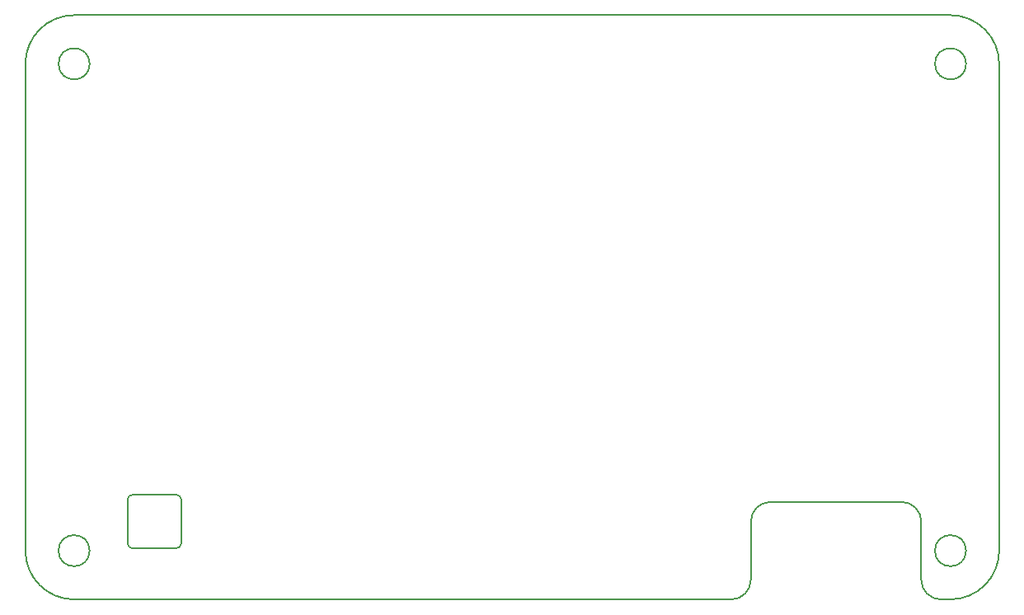
<source format=gbr>
%TF.GenerationSoftware,KiCad,Pcbnew,(6.0.11)*%
%TF.CreationDate,2024-02-29T08:25:03+09:00*%
%TF.ProjectId,Mother_UI,4d6f7468-6572-45f5-9549-2e6b69636164,rev?*%
%TF.SameCoordinates,Original*%
%TF.FileFunction,Profile,NP*%
%FSLAX46Y46*%
G04 Gerber Fmt 4.6, Leading zero omitted, Abs format (unit mm)*
G04 Created by KiCad (PCBNEW (6.0.11)) date 2024-02-29 08:25:03*
%MOMM*%
%LPD*%
G01*
G04 APERTURE LIST*
%TA.AperFunction,Profile*%
%ADD10C,0.200000*%
%TD*%
G04 APERTURE END LIST*
D10*
X181350000Y-124950000D02*
X181350000Y-74950000D01*
X181350000Y-74950000D02*
G75*
G03*
X176350000Y-69950000I-5000000J0D01*
G01*
X86350000Y-129950000D02*
X153849999Y-129949999D01*
X176350000Y-129950000D02*
G75*
G03*
X181350000Y-124950000I0J5000000D01*
G01*
X177950000Y-124950000D02*
G75*
G03*
X177950000Y-124950000I-1600000J0D01*
G01*
X157850001Y-119950001D02*
X171349999Y-119950001D01*
X175350000Y-129950000D02*
X176350000Y-129950000D01*
X92350000Y-119200001D02*
X96850000Y-119200001D01*
X153849999Y-129949999D02*
G75*
G03*
X155849999Y-127949999I1J1999999D01*
G01*
X91850001Y-124199999D02*
G75*
G03*
X92350000Y-124699999I499999J-1D01*
G01*
X173349999Y-121950001D02*
X173350000Y-127950000D01*
X155849999Y-127949999D02*
X155850001Y-121950001D01*
X86350000Y-69950000D02*
G75*
G03*
X81350000Y-74950000I0J-5000000D01*
G01*
X157850001Y-119950001D02*
G75*
G03*
X155850001Y-121950001I-1J-1999999D01*
G01*
X97349999Y-119700000D02*
X97349999Y-124200000D01*
X173350000Y-127950000D02*
G75*
G03*
X175350000Y-129950000I2000000J0D01*
G01*
X92350000Y-124699999D02*
X96850000Y-124699999D01*
X81350000Y-74950000D02*
X81350000Y-124950000D01*
X81350000Y-124950000D02*
G75*
G03*
X86350000Y-129950000I5000000J0D01*
G01*
X96850000Y-124700000D02*
G75*
G03*
X97350000Y-124199999I0J500000D01*
G01*
X87950000Y-74950000D02*
G75*
G03*
X87950000Y-74950000I-1600000J0D01*
G01*
X176350000Y-69950000D02*
X86350000Y-69950000D01*
X87950000Y-124950000D02*
G75*
G03*
X87950000Y-124950000I-1600000J0D01*
G01*
X97349999Y-119700001D02*
G75*
G03*
X96850000Y-119200001I-499999J1D01*
G01*
X91850001Y-124200000D02*
X91850001Y-119700000D01*
X177950000Y-74950000D02*
G75*
G03*
X177950000Y-74950000I-1600000J0D01*
G01*
X173349999Y-121950001D02*
G75*
G03*
X171349999Y-119950001I-1999999J1D01*
G01*
X92350001Y-119200001D02*
G75*
G03*
X91850001Y-119700000I-1J-499999D01*
G01*
M02*

</source>
